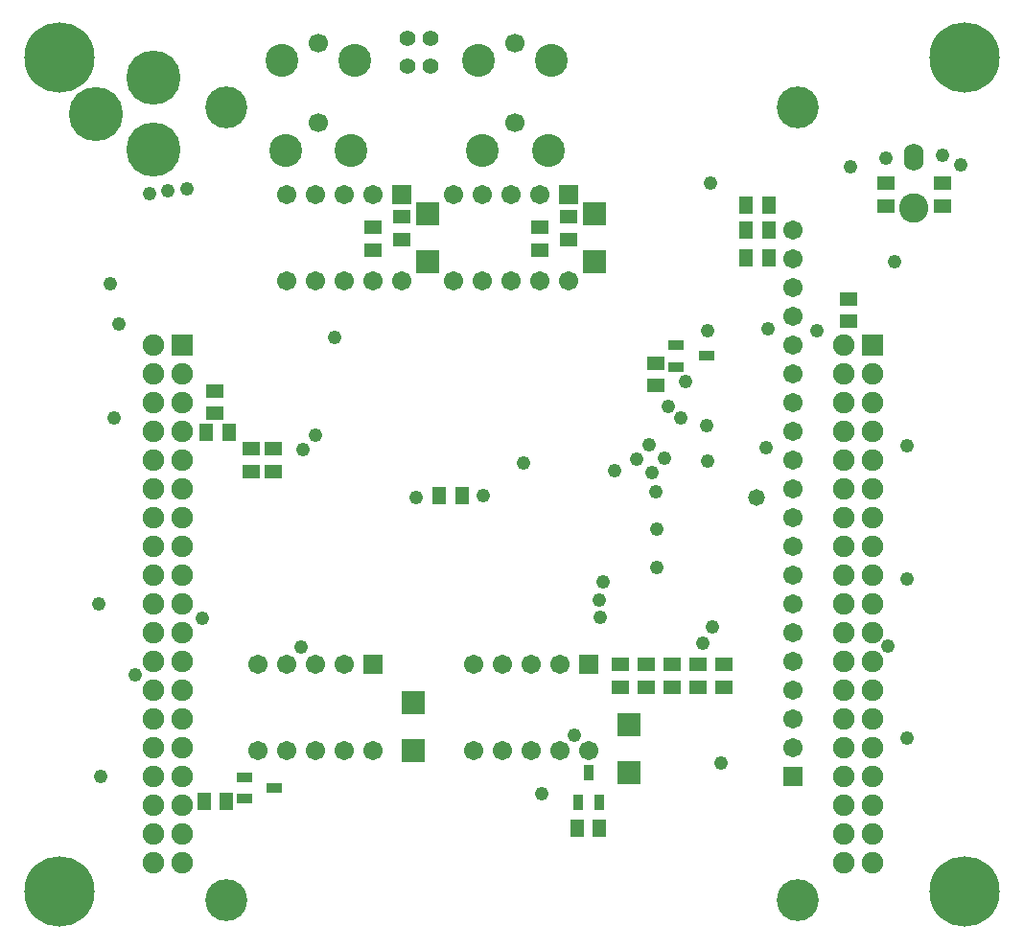
<source format=gbs>
G04*
G04 #@! TF.GenerationSoftware,Altium Limited,Altium Designer,19.0.12 (326)*
G04*
G04 Layer_Color=16711935*
%FSLAX25Y25*%
%MOIN*%
G70*
G01*
G75*
%ADD14R,0.05918X0.04737*%
%ADD15R,0.04737X0.05918*%
%ADD18R,0.05524X0.03359*%
%ADD24R,0.07887X0.07887*%
%ADD28R,0.06706X0.06706*%
%ADD29C,0.06706*%
%ADD30C,0.07493*%
%ADD31R,0.07493X0.07493*%
%ADD32R,0.06706X0.06706*%
%ADD33C,0.06706*%
%ADD34C,0.05600*%
%ADD35C,0.11430*%
%ADD36C,0.18800*%
%ADD37O,0.06902X0.09461*%
%ADD38C,0.24422*%
%ADD39C,0.04900*%
%ADD40C,0.14580*%
%ADD41C,0.06666*%
%ADD42C,0.10209*%
%ADD43C,0.05800*%
%ADD83R,0.03359X0.05524*%
D14*
X139000Y246663D02*
D03*
Y254537D02*
D03*
X197000Y246726D02*
D03*
Y254600D02*
D03*
X227200Y195863D02*
D03*
Y203737D02*
D03*
X294300Y218163D02*
D03*
Y226037D02*
D03*
X86700Y173937D02*
D03*
Y166063D02*
D03*
X74000Y186126D02*
D03*
Y194000D02*
D03*
X94300Y173937D02*
D03*
Y166063D02*
D03*
X251000Y98937D02*
D03*
Y91063D02*
D03*
X242000Y98937D02*
D03*
Y91063D02*
D03*
X233000Y98937D02*
D03*
Y91063D02*
D03*
X224000Y98937D02*
D03*
Y91063D02*
D03*
X307157Y266280D02*
D03*
Y258405D02*
D03*
X326842Y266280D02*
D03*
Y258405D02*
D03*
X129000Y243063D02*
D03*
Y250937D02*
D03*
X187000Y243063D02*
D03*
Y250937D02*
D03*
X215000Y98937D02*
D03*
Y91063D02*
D03*
D15*
X78037Y51300D02*
D03*
X70163D02*
D03*
X207803Y42007D02*
D03*
X199929D02*
D03*
X258726Y258563D02*
D03*
X266600D02*
D03*
X258726Y250063D02*
D03*
X266600D02*
D03*
X78937Y179500D02*
D03*
X71063D02*
D03*
X159974Y157500D02*
D03*
X152100D02*
D03*
X266600Y240100D02*
D03*
X258726D02*
D03*
D18*
X94724Y55942D02*
D03*
X84276Y52202D02*
D03*
Y59683D02*
D03*
X244900Y206100D02*
D03*
X234451Y202360D02*
D03*
Y209840D02*
D03*
D24*
X148000Y239000D02*
D03*
Y255535D02*
D03*
X143000Y69000D02*
D03*
Y85535D02*
D03*
X206000Y239000D02*
D03*
Y255535D02*
D03*
X218000Y61224D02*
D03*
Y77760D02*
D03*
D28*
X274819Y60000D02*
D03*
D29*
Y70000D02*
D03*
Y80000D02*
D03*
Y90000D02*
D03*
Y100000D02*
D03*
Y110000D02*
D03*
Y120000D02*
D03*
Y130000D02*
D03*
Y140000D02*
D03*
Y150000D02*
D03*
Y160000D02*
D03*
Y170000D02*
D03*
Y180000D02*
D03*
Y190000D02*
D03*
Y200000D02*
D03*
Y210000D02*
D03*
Y220000D02*
D03*
Y230000D02*
D03*
Y240000D02*
D03*
Y250000D02*
D03*
X129000Y262343D02*
D03*
X119000D02*
D03*
X109000D02*
D03*
X119000Y232343D02*
D03*
X109000D02*
D03*
X99000Y262343D02*
D03*
Y232343D02*
D03*
X129000D02*
D03*
X119000Y99000D02*
D03*
X109000D02*
D03*
X99000D02*
D03*
X109000Y69000D02*
D03*
X99000D02*
D03*
X89000Y99000D02*
D03*
Y69000D02*
D03*
X119000D02*
D03*
X187000Y262343D02*
D03*
X177000D02*
D03*
X167000D02*
D03*
X177000Y232343D02*
D03*
X167000D02*
D03*
X157000Y262343D02*
D03*
Y232343D02*
D03*
X187000D02*
D03*
X194000Y99000D02*
D03*
X184000D02*
D03*
X174000D02*
D03*
X184000Y69000D02*
D03*
X174000D02*
D03*
X164000Y99000D02*
D03*
Y69000D02*
D03*
X194000D02*
D03*
D30*
X292500Y30000D02*
D03*
X302500D02*
D03*
X292500Y40000D02*
D03*
X302500D02*
D03*
X292500Y50000D02*
D03*
X302500D02*
D03*
X292500Y60000D02*
D03*
X302500D02*
D03*
X292500Y70000D02*
D03*
X302500D02*
D03*
X292500Y80000D02*
D03*
X302500D02*
D03*
X292500Y90000D02*
D03*
X302500D02*
D03*
X292500Y100000D02*
D03*
X302500D02*
D03*
X292500Y110000D02*
D03*
X302500D02*
D03*
X292500Y120000D02*
D03*
X302500D02*
D03*
X292500Y130000D02*
D03*
X302500D02*
D03*
X292500Y140000D02*
D03*
X302500D02*
D03*
X292500Y150000D02*
D03*
X302500D02*
D03*
X292500Y160000D02*
D03*
X302500D02*
D03*
X292500Y170000D02*
D03*
X302500D02*
D03*
X292500Y180000D02*
D03*
X302500D02*
D03*
X292500Y190000D02*
D03*
X302500D02*
D03*
X292500Y200000D02*
D03*
X302500D02*
D03*
X292500Y210000D02*
D03*
X52500Y30000D02*
D03*
X62500D02*
D03*
X52500Y40000D02*
D03*
X62500D02*
D03*
X52500Y50000D02*
D03*
X62500D02*
D03*
X52500Y60000D02*
D03*
X62500D02*
D03*
X52500Y70000D02*
D03*
X62500D02*
D03*
X52500Y80000D02*
D03*
X62500D02*
D03*
X52500Y90000D02*
D03*
X62500D02*
D03*
X52500Y100000D02*
D03*
X62500D02*
D03*
X52500Y110000D02*
D03*
X62500D02*
D03*
X52500Y120000D02*
D03*
X62500D02*
D03*
X52500Y130000D02*
D03*
X62500D02*
D03*
X52500Y140000D02*
D03*
X62500D02*
D03*
X52500Y150000D02*
D03*
X62500D02*
D03*
X52500Y160000D02*
D03*
X62500D02*
D03*
X52500Y170000D02*
D03*
X62500D02*
D03*
X52500Y180000D02*
D03*
X62500D02*
D03*
X52500Y190000D02*
D03*
X62500D02*
D03*
X52500Y200000D02*
D03*
X62500D02*
D03*
X52500Y210000D02*
D03*
D31*
X302500D02*
D03*
X62500D02*
D03*
D32*
X139000Y262343D02*
D03*
X129000Y99000D02*
D03*
X197000Y262343D02*
D03*
X204000Y99000D02*
D03*
D33*
X139000Y232343D02*
D03*
X129000Y69000D02*
D03*
X197000Y232343D02*
D03*
X204000Y69000D02*
D03*
D34*
X148937Y307000D02*
D03*
X141063D02*
D03*
X141100Y316600D02*
D03*
X148974D02*
D03*
D35*
X166984Y277504D02*
D03*
X165803Y309000D02*
D03*
X189819Y277504D02*
D03*
X191000Y309000D02*
D03*
X98484Y277482D02*
D03*
X97303Y308978D02*
D03*
X121319Y277482D02*
D03*
X122500Y308978D02*
D03*
D36*
X32500Y290315D02*
D03*
X52500Y302815D02*
D03*
Y277815D02*
D03*
D37*
X317000Y275217D02*
D03*
D38*
X20000Y310000D02*
D03*
X334626D02*
D03*
Y20000D02*
D03*
X20000D02*
D03*
D39*
X46200Y95200D02*
D03*
X237698Y197100D02*
D03*
X246900Y111900D02*
D03*
X314500Y128500D02*
D03*
X308000Y105200D02*
D03*
X181200Y168800D02*
D03*
X104000Y104945D02*
D03*
X167300Y157600D02*
D03*
X115715Y212540D02*
D03*
X144000Y156900D02*
D03*
X104700Y173488D02*
D03*
X109000Y178500D02*
D03*
X250100Y64547D02*
D03*
X230431Y170600D02*
D03*
X226100Y165500D02*
D03*
X227807Y145776D02*
D03*
X39100Y184700D02*
D03*
X40700Y217400D02*
D03*
X246300Y266400D02*
D03*
X34380Y60000D02*
D03*
X33637Y120000D02*
D03*
X245400Y214800D02*
D03*
X69500Y115000D02*
D03*
X37600Y231251D02*
D03*
X307157Y274900D02*
D03*
X51400Y262600D02*
D03*
X64385Y264400D02*
D03*
X57600Y263700D02*
D03*
X187800Y53900D02*
D03*
X199100Y74400D02*
D03*
X333400Y272500D02*
D03*
X213100Y166400D02*
D03*
X266300Y215700D02*
D03*
X227700Y132552D02*
D03*
X227400Y159063D02*
D03*
X243600Y106200D02*
D03*
X245400Y169700D02*
D03*
X231802Y188756D02*
D03*
X224898Y175153D02*
D03*
X245100Y182000D02*
D03*
X236000Y184500D02*
D03*
X314487Y73400D02*
D03*
X314600Y174818D02*
D03*
X283400Y214800D02*
D03*
X265500Y174303D02*
D03*
X207803Y121254D02*
D03*
X207952Y115300D02*
D03*
X209000Y127500D02*
D03*
X220700Y170278D02*
D03*
X295000Y272000D02*
D03*
X326900Y276000D02*
D03*
X310300Y238800D02*
D03*
D40*
X276787Y292677D02*
D03*
Y17086D02*
D03*
X77969Y292677D02*
D03*
Y17086D02*
D03*
D41*
X178402Y314906D02*
D03*
Y287347D02*
D03*
X109902Y314883D02*
D03*
Y287324D02*
D03*
D42*
X317000Y257500D02*
D03*
D43*
X262250Y157050D02*
D03*
D83*
X204063Y61224D02*
D03*
X207803Y50776D02*
D03*
X200323D02*
D03*
M02*

</source>
